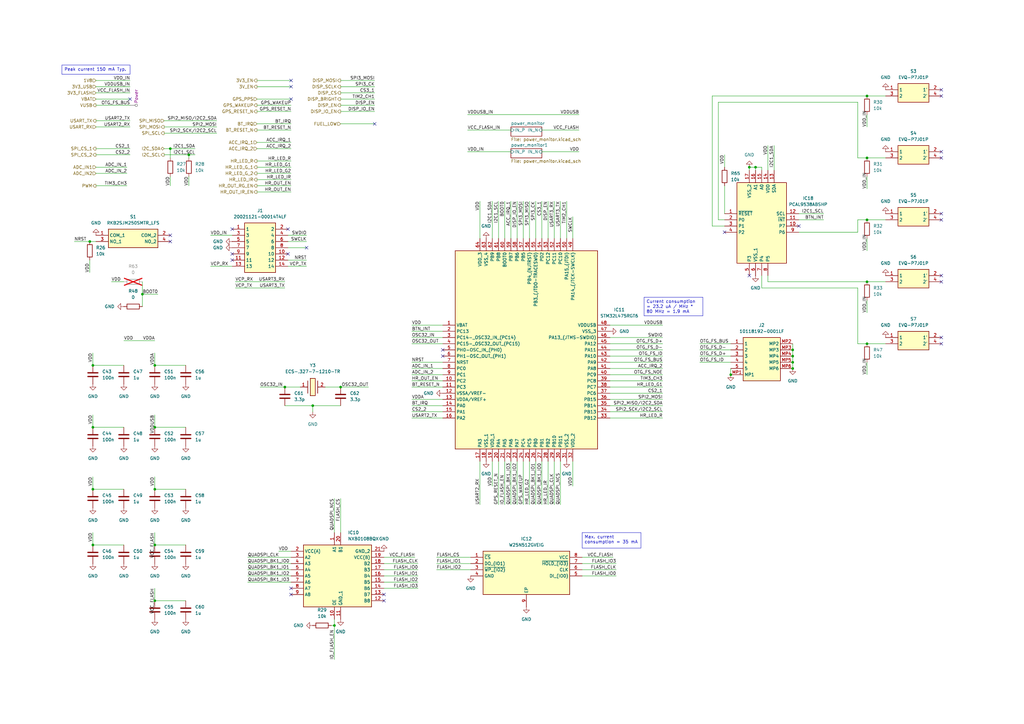
<source format=kicad_sch>
(kicad_sch (version 20231120) (generator "eeschema") (generator_version "8.0")
  (paper "A3")
  (title_block (title "Open Running Watch") (date "2024-05-13") (rev "0.2.2") (company "github.com/fuad1502/open-running-watch-hw"))
  (junction (at 36.83 99.06))
  (junction (at 355.6 115.57))
  (junction (at 325.12 151.13))
  (junction (at 128.27 166.37))
  (junction (at 63.5 246.38))
  (junction (at 309.88 68.58))
  (junction (at 38.1 149.86))
  (junction (at 77.47 63.5))
  (junction (at 38.1 175.26))
  (junction (at 325.12 143.51))
  (junction (at 63.5 149.86))
  (junction (at 63.5 200.66))
  (junction (at 63.5 175.26))
  (junction (at 58.42 120.65))
  (junction (at 325.12 146.05))
  (junction (at 299.72 153.67))
  (junction (at 116.84 158.75))
  (junction (at 137.16 256.54))
  (junction (at 355.6 39.37))
  (junction (at 139.7 158.75))
  (junction (at 38.1 223.52))
  (junction (at 63.5 223.52))
  (junction (at 355.6 64.77))
  (junction (at 325.12 148.59))
  (junction (at 355.6 90.17))
  (junction (at 307.34 68.58))
  (junction (at 69.85 60.96))
  (junction (at 38.1 200.66))
  (junction (at 355.6 140.97))
  (no_connect (at 69.85 99.06))
  (no_connect (at 157.48 243.84))
  (no_connect (at 386.08 36.83))
  (no_connect (at 386.08 62.23))
  (no_connect (at 153.67 50.8))
  (no_connect (at 125.73 101.6))
  (no_connect (at 95.25 104.14))
  (no_connect (at 307.34 113.03))
  (no_connect (at 386.08 39.37))
  (no_connect (at 386.08 113.03))
  (no_connect (at 119.38 33.02))
  (no_connect (at 118.11 93.98))
  (no_connect (at 386.08 140.97))
  (no_connect (at 118.11 104.14))
  (no_connect (at 119.38 40.64))
  (no_connect (at 386.08 90.17))
  (no_connect (at 95.25 93.98))
  (no_connect (at 69.85 96.52))
  (no_connect (at 53.34 40.64))
  (no_connect (at 119.38 241.3))
  (no_connect (at 297.18 95.25))
  (no_connect (at 157.48 246.38))
  (no_connect (at 181.61 143.51))
  (no_connect (at 327.66 92.71))
  (no_connect (at 386.08 115.57))
  (no_connect (at 181.61 146.05))
  (no_connect (at 386.08 87.63))
  (no_connect (at 386.08 64.77))
  (no_connect (at 119.38 35.56))
  (no_connect (at 386.08 138.43))
  (no_connect (at 95.25 106.68))
  (no_connect (at 119.38 243.84))
  (wire (pts (xy 63.5 246.38) (xy 76.2 246.38)))
  (wire (pts (xy 118.11 96.52) (xy 125.73 96.52)))
  (wire (pts (xy 232.41 82.55) (xy 232.41 97.79)))
  (wire (pts (xy 168.91 133.35) (xy 181.61 133.35)))
  (wire (pts (xy 212.09 189.23) (xy 212.09 207.01)))
  (wire (pts (xy 67.31 60.96) (xy 69.85 60.96)))
  (wire (pts (xy 217.17 82.55) (xy 217.17 97.79)))
  (wire (pts (xy 38.1 223.52) (xy 50.8 223.52)))
  (wire (pts (xy 250.19 148.59) (xy 271.78 148.59)))
  (wire (pts (xy 39.37 33.02) (xy 53.34 33.02)))
  (wire (pts (xy 250.19 138.43) (xy 271.78 138.43)))
  (wire (pts (xy 307.34 68.58) (xy 307.34 69.85)))
  (wire (pts (xy 105.41 78.74) (xy 119.38 78.74)))
  (wire (pts (xy 250.19 143.51) (xy 271.78 143.51)))
  (wire (pts (xy 38.1 200.66) (xy 50.8 200.66)))
  (wire (pts (xy 67.31 54.61) (xy 88.9 54.61)))
  (wire (pts (xy 137.16 254) (xy 137.16 256.54)))
  (wire (pts (xy 105.41 60.96) (xy 119.38 60.96)))
  (wire (pts (xy 63.5 218.44) (xy 63.5 223.52)))
  (wire (pts (xy 168.91 148.59) (xy 181.61 148.59)))
  (wire (pts (xy 119.38 233.68) (xy 101.6 233.68)))
  (wire (pts (xy 229.87 189.23) (xy 229.87 207.01)))
  (wire (pts (xy 299.72 151.13) (xy 299.72 153.67)))
  (wire (pts (xy 351.79 118.11) (xy 351.79 140.97)))
  (wire (pts (xy 252.73 231.14) (xy 238.76 231.14)))
  (wire (pts (xy 116.84 166.37) (xy 128.27 166.37)))
  (wire (pts (xy 119.38 228.6) (xy 101.6 228.6)))
  (wire (pts (xy 105.41 66.04) (xy 119.38 66.04)))
  (wire (pts (xy 351.79 95.25) (xy 351.79 90.17)))
  (wire (pts (xy 297.18 63.5) (xy 297.18 68.58)))
  (wire (pts (xy 39.37 68.58) (xy 52.07 68.58)))
  (wire (pts (xy 299.72 146.05) (xy 287.02 146.05)))
  (wire (pts (xy 234.95 189.23) (xy 234.95 199.39)))
  (wire (pts (xy 355.6 123.19) (xy 355.6 128.27)))
  (wire (pts (xy 309.88 68.58) (xy 312.42 68.58)))
  (wire (pts (xy 133.35 158.75) (xy 139.7 158.75)))
  (wire (pts (xy 222.25 82.55) (xy 222.25 97.79)))
  (wire (pts (xy 63.5 241.3) (xy 63.5 246.38)))
  (wire (pts (xy 250.19 133.35) (xy 271.78 133.35)))
  (wire (pts (xy 137.16 256.54) (xy 137.16 270.51)))
  (wire (pts (xy 294.64 90.17) (xy 294.64 41.91)))
  (wire (pts (xy 105.41 40.64) (xy 119.38 40.64)))
  (wire (pts (xy 299.72 143.51) (xy 287.02 143.51)))
  (wire (pts (xy 39.37 71.12) (xy 52.07 71.12)))
  (wire (pts (xy 325.12 143.51) (xy 325.12 146.05)))
  (wire (pts (xy 168.91 166.37) (xy 181.61 166.37)))
  (wire (pts (xy 67.31 63.5) (xy 77.47 63.5)))
  (wire (pts (xy 139.7 50.8) (xy 153.67 50.8)))
  (wire (pts (xy 351.79 140.97) (xy 355.6 140.97)))
  (wire (pts (xy 294.64 41.91) (xy 351.79 41.91)))
  (wire (pts (xy 217.17 189.23) (xy 217.17 207.01)))
  (wire (pts (xy 38.1 218.44) (xy 38.1 223.52)))
  (wire (pts (xy 234.95 88.9) (xy 234.95 97.79)))
  (wire (pts (xy 69.85 60.96) (xy 69.85 64.77)))
  (wire (pts (xy 325.12 148.59) (xy 325.12 151.13)))
  (wire (pts (xy 219.71 189.23) (xy 219.71 207.01)))
  (wire (pts (xy 355.6 46.99) (xy 355.6 52.07)))
  (wire (pts (xy 196.85 97.79) (xy 196.85 82.55)))
  (wire (pts (xy 250.19 166.37) (xy 271.78 166.37)))
  (wire (pts (xy 355.6 148.59) (xy 355.6 153.67)))
  (wire (pts (xy 351.79 41.91) (xy 351.79 64.77)))
  (wire (pts (xy 314.96 113.03) (xy 314.96 115.57)))
  (wire (pts (xy 355.6 97.79) (xy 355.6 102.87)))
  (wire (pts (xy 168.91 158.75) (xy 181.61 158.75)))
  (wire (pts (xy 168.91 171.45) (xy 181.61 171.45)))
  (wire (pts (xy 36.83 99.06) (xy 39.37 99.06)))
  (wire (pts (xy 168.91 151.13) (xy 181.61 151.13)))
  (wire (pts (xy 351.79 90.17) (xy 355.6 90.17)))
  (wire (pts (xy 139.7 45.72) (xy 153.67 45.72)))
  (wire (pts (xy 312.42 118.11) (xy 351.79 118.11)))
  (wire (pts (xy 137.16 204.47) (xy 137.16 218.44)))
  (wire (pts (xy 86.36 109.22) (xy 95.25 109.22)))
  (wire (pts (xy 139.7 204.47) (xy 139.7 218.44)))
  (wire (pts (xy 58.42 115.57) (xy 58.42 120.65)))
  (wire (pts (xy 77.47 72.39) (xy 77.47 76.2)))
  (wire (pts (xy 250.19 161.29) (xy 271.78 161.29)))
  (wire (pts (xy 105.41 68.58) (xy 119.38 68.58)))
  (wire (pts (xy 209.55 53.34) (xy 191.77 53.34)))
  (wire (pts (xy 67.31 52.07) (xy 88.9 52.07)))
  (wire (pts (xy 168.91 168.91) (xy 181.61 168.91)))
  (wire (pts (xy 39.37 38.1) (xy 53.34 38.1)))
  (wire (pts (xy 135.89 256.54) (xy 137.16 256.54)))
  (wire (pts (xy 118.11 99.06) (xy 125.73 99.06)))
  (wire (pts (xy 250.19 158.75) (xy 271.78 158.75)))
  (wire (pts (xy 209.55 82.55) (xy 209.55 97.79)))
  (wire (pts (xy 116.84 158.75) (xy 123.19 158.75)))
  (wire (pts (xy 118.11 101.6) (xy 125.73 101.6)))
  (wire (pts (xy 227.33 189.23) (xy 227.33 207.01)))
  (wire (pts (xy 351.79 64.77) (xy 355.6 64.77)))
  (wire (pts (xy 237.49 53.34) (xy 222.25 53.34)))
  (wire (pts (xy 314.96 59.69) (xy 314.96 69.85)))
  (wire (pts (xy 96.52 115.57) (xy 116.84 115.57)))
  (wire (pts (xy 227.33 82.55) (xy 227.33 97.79)))
  (wire (pts (xy 171.45 233.68) (xy 157.48 233.68)))
  (wire (pts (xy 69.85 72.39) (xy 69.85 76.2)))
  (wire (pts (xy 58.42 120.65) (xy 58.42 125.73)))
  (wire (pts (xy 63.5 175.26) (xy 76.2 175.26)))
  (wire (pts (xy 105.41 73.66) (xy 119.38 73.66)))
  (wire (pts (xy 139.7 33.02) (xy 153.67 33.02)))
  (wire (pts (xy 139.7 35.56) (xy 153.67 35.56)))
  (wire (pts (xy 63.5 144.78) (xy 63.5 149.86)))
  (wire (pts (xy 118.11 106.68) (xy 125.73 106.68)))
  (wire (pts (xy 179.07 231.14) (xy 193.04 231.14)))
  (wire (pts (xy 39.37 35.56) (xy 53.34 35.56)))
  (wire (pts (xy 63.5 195.58) (xy 63.5 200.66)))
  (wire (pts (xy 250.19 153.67) (xy 271.78 153.67)))
  (wire (pts (xy 325.12 146.05) (xy 325.12 148.59)))
  (wire (pts (xy 157.48 228.6) (xy 170.18 228.6)))
  (wire (pts (xy 168.91 156.21) (xy 181.61 156.21)))
  (wire (pts (xy 96.52 118.11) (xy 116.84 118.11)))
  (wire (pts (xy 105.41 50.8) (xy 119.38 50.8)))
  (wire (pts (xy 168.91 140.97) (xy 181.61 140.97)))
  (wire (pts (xy 325.12 140.97) (xy 325.12 143.51)))
  (wire (pts (xy 292.1 92.71) (xy 292.1 39.37)))
  (wire (pts (xy 105.41 58.42) (xy 119.38 58.42)))
  (wire (pts (xy 39.37 60.96) (xy 53.34 60.96)))
  (wire (pts (xy 67.31 49.53) (xy 88.9 49.53)))
  (wire (pts (xy 64.77 120.65) (xy 58.42 120.65)))
  (wire (pts (xy 327.66 87.63) (xy 337.82 87.63)))
  (wire (pts (xy 355.6 64.77) (xy 363.22 64.77)))
  (wire (pts (xy 139.7 38.1) (xy 153.67 38.1)))
  (wire (pts (xy 63.5 149.86) (xy 76.2 149.86)))
  (wire (pts (xy 355.6 140.97) (xy 363.22 140.97)))
  (wire (pts (xy 207.01 189.23) (xy 207.01 207.01)))
  (wire (pts (xy 171.45 238.76) (xy 157.48 238.76)))
  (wire (pts (xy 69.85 60.96) (xy 80.01 60.96)))
  (wire (pts (xy 307.34 68.58) (xy 309.88 68.58)))
  (wire (pts (xy 312.42 68.58) (xy 312.42 69.85)))
  (wire (pts (xy 196.85 189.23) (xy 196.85 207.01)))
  (wire (pts (xy 212.09 82.55) (xy 212.09 97.79)))
  (wire (pts (xy 63.5 223.52) (xy 76.2 223.52)))
  (wire (pts (xy 355.6 115.57) (xy 363.22 115.57)))
  (wire (pts (xy 128.27 166.37) (xy 128.27 168.91)))
  (wire (pts (xy 119.38 231.14) (xy 101.6 231.14)))
  (wire (pts (xy 39.37 52.07) (xy 53.34 52.07)))
  (wire (pts (xy 355.6 90.17) (xy 363.22 90.17)))
  (wire (pts (xy 250.19 146.05) (xy 271.78 146.05)))
  (wire (pts (xy 179.07 228.6) (xy 193.04 228.6)))
  (wire (pts (xy 39.37 49.53) (xy 53.34 49.53)))
  (wire (pts (xy 45.72 115.57) (xy 50.8 115.57)))
  (wire (pts (xy 105.41 43.18) (xy 119.38 43.18)))
  (wire (pts (xy 86.36 96.52) (xy 95.25 96.52)))
  (wire (pts (xy 201.93 82.55) (xy 201.93 97.79)))
  (wire (pts (xy 238.76 228.6) (xy 251.46 228.6)))
  (wire (pts (xy 179.07 233.68) (xy 193.04 233.68)))
  (wire (pts (xy 204.47 189.23) (xy 204.47 207.01)))
  (wire (pts (xy 299.72 148.59) (xy 287.02 148.59)))
  (wire (pts (xy 250.19 171.45) (xy 271.78 171.45)))
  (wire (pts (xy 168.91 135.89) (xy 181.61 135.89)))
  (wire (pts (xy 139.7 40.64) (xy 153.67 40.64)))
  (wire (pts (xy 224.79 189.23) (xy 224.79 207.01)))
  (wire (pts (xy 139.7 158.75) (xy 151.13 158.75)))
  (wire (pts (xy 38.1 175.26) (xy 50.8 175.26)))
  (wire (pts (xy 39.37 40.64) (xy 53.34 40.64)))
  (wire (pts (xy 209.55 189.23) (xy 209.55 207.01)))
  (wire (pts (xy 38.1 149.86) (xy 50.8 149.86)))
  (wire (pts (xy 299.72 140.97) (xy 287.02 140.97)))
  (wire (pts (xy 38.1 195.58) (xy 38.1 200.66)))
  (wire (pts (xy 106.68 158.75) (xy 116.84 158.75)))
  (wire (pts (xy 39.37 43.18) (xy 53.34 43.18)))
  (wire (pts (xy 105.41 53.34) (xy 119.38 53.34)))
  (wire (pts (xy 237.49 62.23) (xy 222.25 62.23)))
  (wire (pts (xy 204.47 82.55) (xy 204.47 97.79)))
  (wire (pts (xy 229.87 82.55) (xy 229.87 97.79)))
  (wire (pts (xy 77.47 63.5) (xy 80.01 63.5)))
  (wire (pts (xy 219.71 82.55) (xy 219.71 97.79)))
  (wire (pts (xy 119.38 236.22) (xy 101.6 236.22)))
  (wire (pts (xy 314.96 115.57) (xy 355.6 115.57)))
  (wire (pts (xy 105.41 35.56) (xy 119.38 35.56)))
  (wire (pts (xy 168.91 153.67) (xy 181.61 153.67)))
  (wire (pts (xy 222.25 189.23) (xy 222.25 207.01)))
  (wire (pts (xy 224.79 82.55) (xy 224.79 97.79)))
  (wire (pts (xy 50.8 139.7) (xy 63.5 139.7)))
  (wire (pts (xy 209.55 62.23) (xy 191.77 62.23)))
  (wire (pts (xy 139.7 43.18) (xy 153.67 43.18)))
  (wire (pts (xy 297.18 76.2) (xy 297.18 87.63)))
  (wire (pts (xy 63.5 200.66) (xy 76.2 200.66)))
  (wire (pts (xy 38.1 170.18) (xy 38.1 175.26)))
  (wire (pts (xy 105.41 76.2) (xy 119.38 76.2)))
  (wire (pts (xy 171.45 241.3) (xy 157.48 241.3)))
  (wire (pts (xy 118.11 109.22) (xy 125.73 109.22)))
  (wire (pts (xy 317.5 59.69) (xy 317.5 69.85)))
  (wire (pts (xy 105.41 33.02) (xy 119.38 33.02)))
  (wire (pts (xy 355.6 39.37) (xy 363.22 39.37)))
  (wire (pts (xy 309.88 68.58) (xy 309.88 69.85)))
  (wire (pts (xy 297.18 92.71) (xy 292.1 92.71)))
  (wire (pts (xy 207.01 82.55) (xy 207.01 97.79)))
  (wire (pts (xy 355.6 72.39) (xy 355.6 77.47)))
  (wire (pts (xy 191.77 46.99) (xy 237.49 46.99)))
  (wire (pts (xy 292.1 39.37) (xy 355.6 39.37)))
  (wire (pts (xy 297.18 90.17) (xy 294.64 90.17)))
  (wire (pts (xy 119.38 238.76) (xy 101.6 238.76)))
  (wire (pts (xy 114.3 226.06) (xy 119.38 226.06)))
  (wire (pts (xy 252.73 236.22) (xy 238.76 236.22)))
  (wire (pts (xy 327.66 90.17) (xy 337.82 90.17)))
  (wire (pts (xy 327.66 95.25) (xy 351.79 95.25)))
  (wire (pts (xy 171.45 231.14) (xy 157.48 231.14)))
  (wire (pts (xy 250.19 140.97) (xy 271.78 140.97)))
  (wire (pts (xy 105.41 45.72) (xy 119.38 45.72)))
  (wire (pts (xy 214.63 82.55) (xy 214.63 97.79)))
  (wire (pts (xy 39.37 63.5) (xy 53.34 63.5)))
  (wire (pts (xy 250.19 156.21) (xy 271.78 156.21)))
  (wire (pts (xy 250.19 151.13) (xy 271.78 151.13)))
  (wire (pts (xy 39.37 76.2) (xy 52.07 76.2)))
  (wire (pts (xy 214.63 189.23) (xy 214.63 207.01)))
  (wire (pts (xy 168.91 138.43) (xy 181.61 138.43)))
  (wire (pts (xy 105.41 71.12) (xy 119.38 71.12)))
  (wire (pts (xy 250.19 163.83) (xy 271.78 163.83)))
  (wire (pts (xy 38.1 144.78) (xy 38.1 149.86)))
  (wire (pts (xy 312.42 113.03) (xy 312.42 118.11)))
  (wire (pts (xy 201.93 189.23) (xy 201.93 199.39)))
  (wire (pts (xy 77.47 63.5) (xy 77.47 64.77)))
  (wire (pts (xy 63.5 170.18) (xy 63.5 175.26)))
  (wire (pts (xy 252.73 233.68) (xy 238.76 233.68)))
  (wire (pts (xy 128.27 166.37) (xy 139.7 166.37)))
  (wire (pts (xy 250.19 168.91) (xy 271.78 168.91)))
  (wire (pts (xy 168.91 163.83) (xy 181.61 163.83)))
  (wire (pts (xy 171.45 236.22) (xy 157.48 236.22)))
  (wire (pts (xy 36.83 111.76) (xy 36.83 106.68)))
  (wire (pts (xy 30.48 99.06) (xy 36.83 99.06)))
  (text_box "Peak current 150 mA Typ." (at 25.4 26.67 0) (size 27.94 3.81) (effects (font (size 1.27 1.27)) (justify left top)))
  (text_box "Current consumption = 23.2 uA / MHz * 80 MHz = 1.9 mA" (at 264.16 121.92 0) (size 24.13 7.62) (effects (font (size 1.27 1.27)) (justify left top)))
  (text_box "Max. current consumption = 35 mA" (at 238.76 218.44 0) (size 24.13 6.35) (effects (font (size 1.27 1.27)) (justify left top)))
  (label "VDD" (at 77.47 76.2 90))
  (label "SWCLK" (at 125.73 99.06 180))
  (label "VDD" (at 38.1 218.44 270))
  (label "I2C1_SDA" (at 201.93 82.55 270))
  (label "SPI2_MISO{slash}I2C2_SDA" (at 271.78 166.37 180))
  (label "BTN_INT" (at 168.91 135.89 0))
  (label "SPI2_SCK{slash}I2C2_SCL" (at 271.78 168.91 180))
  (label "VDD_IN" (at 355.6 102.87 90))
  (label "GPS_WAKEUP" (at 119.38 43.18 180))
  (label "VCC_FLASH" (at 63.5 218.44 270))
  (label "VDD_IN" (at 191.77 62.23 0))
  (label "FLASH_CLK" (at 252.73 233.68 180))
  (label "VCC_FLASH" (at 63.5 241.3 270))
  (label "HR_LED_G1" (at 271.78 158.75 180))
  (label "SWCLK" (at 234.95 88.9 270))
  (label "VDD_IN" (at 355.6 153.67 90))
  (label "VCP_RX" (at 86.36 109.22 0))
  (label "USART2_RX" (at 53.34 52.07 180))
  (label "FLASH_IO2" (at 171.45 238.76 180))
  (label "I2C1_SCL" (at 80.01 63.5 180))
  (label "DISP_IO_EN" (at 212.09 82.55 270))
  (label "OSC32_IN" (at 168.91 138.43 0))
  (label "OTG_FS_BUS" (at 287.02 140.97 0))
  (label "VDD" (at 50.8 139.7 0))
  (label "HR_OUT_EN" (at 119.38 78.74 180))
  (label "VDD" (at 63.5 195.58 270))
  (label "GPS_RESET_N" (at 204.47 207.01 90))
  (label "CS3_1" (at 153.67 38.1 180))
  (label "OTG_FS_D-" (at 271.78 143.51 180))
  (label "ADC_IN_2" (at 52.07 71.12 180))
  (label "SPI2_MOSI" (at 271.78 163.83 180))
  (label "FLASH_IO1" (at 179.07 231.14 0))
  (label "HR_LED_IR" (at 119.38 73.66 180))
  (label "DISP_EN" (at 153.67 43.18 180))
  (label "SWDIO" (at 125.73 96.52 180))
  (label "VDD" (at 314.96 59.69 270))
  (label "SPI3_MOSI" (at 214.63 82.55 270))
  (label "QUADSPI_CLK" (at 227.33 207.01 90))
  (label "TIM2_CH1" (at 232.41 82.55 270))
  (label "SPI3_CK" (at 219.71 82.55 270))
  (label "OTG_FS_D-" (at 287.02 143.51 0))
  (label "QUADSPI_BK1_IO3" (at 101.6 238.76 0))
  (label "FLASH_IO1" (at 171.45 236.22 180))
  (label "QUADSPI_BK1_IO2" (at 101.6 236.22 0))
  (label "HR_OUT_EN" (at 119.38 76.2 180))
  (label "BT_IRQ" (at 119.38 50.8 180))
  (label "I2C1_SDA" (at 80.01 60.96 180))
  (label "HR_LED_IR" (at 224.79 207.01 90))
  (label "CS3_1" (at 222.25 82.55 270))
  (label "OSC32_IN" (at 106.68 158.75 0))
  (label "GPS_WAKEUP" (at 214.63 207.01 90))
  (label "VCP_RX" (at 96.52 115.57 0))
  (label "VDD_IN" (at 53.34 33.02 180))
  (label "HR_LED_R" (at 271.78 171.45 180))
  (label "NRST" (at 125.73 106.68 180))
  (label "VDD" (at 38.1 144.78 270))
  (label "VCC_FLASH_IN" (at 191.77 53.34 0))
  (label "USART2_TX" (at 168.91 171.45 0))
  (label "QUADSPI_BK1_IO2" (at 212.09 207.01 90))
  (label "VDD" (at 69.85 76.2 90))
  (label "QUADSPI_BK1_IO3" (at 209.55 207.01 90))
  (label "IO_FLASH_EN" (at 207.01 207.01 90))
  (label "BT_RESET_N" (at 119.38 53.34 180))
  (label "VDDUSB_IN" (at 191.77 46.99 0))
  (label "FLASH_CS" (at 139.7 204.47 270))
  (label "BT_IRQ" (at 168.91 166.37 0))
  (label "OTG_FS_NOE" (at 271.78 153.67 180))
  (label "BTN_INT" (at 337.82 90.17 180))
  (label "NRST" (at 168.91 148.59 0))
  (label "VDDUSB" (at 271.78 133.35 180))
  (label "NRST" (at 30.48 99.06 0))
  (label "VCC_FLASH_IN" (at 53.34 38.1 180))
  (label "SPI3_MISO" (at 217.17 82.55 270))
  (label "ADC_IN_1" (at 168.91 151.13 0))
  (label "ACC_IRQ_1" (at 119.38 58.42 180))
  (label "VCC_FLASH" (at 251.46 228.6 180))
  (label "SWDIO" (at 271.78 138.43 180))
  (label "FLASH_IO0" (at 171.45 233.68 180))
  (label "OSC32_OUT" (at 168.91 140.97 0))
  (label "OTG_FS_ID" (at 287.02 148.59 0))
  (label "VDD_IN" (at 355.6 128.27 90))
  (label "HR_LED_G2" (at 217.17 207.01 90))
  (label "VDD" (at 45.72 115.57 0))
  (label "HR_LED_R" (at 119.38 66.04 180))
  (label "FLASH_IO3" (at 171.45 241.3 180))
  (label "VDD_IN" (at 86.36 96.52 0))
  (label "QUADSPI_NCS" (at 137.16 204.47 270))
  (label "VDD" (at 36.83 111.76 90))
  (label "VDD" (at 201.93 199.39 90))
  (label "BOOT0" (at 207.01 82.55 270))
  (label "FLASH_IO0" (at 252.73 236.22 180))
  (label "ACC_IRQ_2" (at 271.78 151.13 180))
  (label "FLASH_CS" (at 179.07 228.6 0))
  (label "QUADSPI_BK1_IO0" (at 101.6 231.14 0))
  (label "VDD" (at 114.3 226.06 0))
  (label "CS2_2" (at 53.34 63.5 180))
  (label "VDD" (at 196.85 82.55 270))
  (label "DISP_IO_EN" (at 153.67 45.72 180))
  (label "IO_FLASH_EN" (at 137.16 270.51 90))
  (label "VDDA" (at 168.91 163.83 0))
  (label "VDDUSB_IN" (at 53.34 35.56 180))
  (label "QUADSPI_CLK" (at 101.6 228.6 0))
  (label "SPI3_MOSI" (at 153.67 33.02 180))
  (label "ACC_IRQ_1" (at 209.55 82.55 270))
  (label "ADC_IN_2" (at 168.91 153.67 0))
  (label "BOOT0" (at 64.77 120.65 180))
  (label "FLASH_IO2" (at 179.07 233.68 0))
  (label "GPS_RESET_N" (at 119.38 45.72 180))
  (label "QUADSPI_NCS" (at 229.87 207.01 90))
  (label "DISP_EN" (at 224.79 82.55 270))
  (label "I2C1_SDA" (at 317.5 59.69 270))
  (label "CS2_2" (at 168.91 168.91 0))
  (label "SPI2_SCK{slash}I2C2_SCL" (at 88.9 54.61 180))
  (label "VDD" (at 168.91 133.35 0))
  (label "VDD" (at 38.1 195.58 270))
  (label "VDDUSB" (at 63.5 170.18 270))
  (label "SPI3_CK" (at 153.67 35.56 180))
  (label "SPI2_MISO{slash}I2C2_SDA" (at 88.9 49.53 180))
  (label "ACC_IRQ_2" (at 119.38 60.96 180))
  (label "ADC_IN_1" (at 52.07 68.58 180))
  (label "BT_RESET_N" (at 168.91 158.75 0))
  (label "OTG_FS_D+" (at 271.78 140.97 180))
  (label "VDD_IN" (at 355.6 77.47 90))
  (label "USART3_RX" (at 227.33 82.55 270))
  (label "CS2_1" (at 53.34 60.96 180))
  (label "OTG_FS_BUS" (at 53.34 43.18 180))
  (label "OSC32_OUT" (at 151.13 158.75 180))
  (label "HR_OUT_EN" (at 168.91 156.21 0))
  (label "VCP_TX" (at 125.73 109.22 180))
  (label "TIM2_CH1" (at 153.67 40.64 180))
  (label "USART3_RX" (at 116.84 115.57 180))
  (label "CS2_1" (at 271.78 161.29 180))
  (label "VCP_TX" (at 96.52 118.11 0))
  (label "QUADSPI_BK1_IO1" (at 219.71 207.01 90))
  (label "VDD" (at 237.49 62.23 180))
  (label "VDD" (at 38.1 170.18 270))
  (label "VDD_IN" (at 355.6 52.07 90))
  (label "QUADSPI_BK1_IO0" (at 222.25 207.01 90))
  (label "FLASH_CLK" (at 171.45 231.14 180))
  (label "OTG_FS_BUS" (at 271.78 148.59 180))
  (label "SPI2_MOSI" (at 88.9 52.07 180))
  (label "VDD" (at 234.95 199.39 90))
  (label "I2C1_SCL" (at 204.47 82.55 270))
  (label "USART2_TX" (at 53.34 49.53 180))
  (label "HR_LED_G1" (at 119.38 68.58 180))
  (label "OTG_FS_ID" (at 271.78 146.05 180))
  (label "USART3_TX" (at 116.84 118.11 180))
  (label "VDDA" (at 63.5 144.78 270))
  (label "OTG_FS_D+" (at 287.02 146.05 0))
  (label "VCC_FLASH" (at 170.18 228.6 180))
  (label "TIM3_CH3" (at 52.07 76.2 180))
  (label "USART2_RX" (at 196.85 207.01 90))
  (label "USART3_TX" (at 229.87 82.55 270))
  (label "HR_LED_G2" (at 119.38 71.12 180))
  (label "FLASH_IO3" (at 252.73 231.14 180))
  (label "VCC_FLASH" (at 237.49 53.34 180))
  (label "TIM3_CH3" (at 271.78 156.21 180))
  (label "VDDUSB" (at 237.49 46.99 180))
  (label "VDD" (at 297.18 63.5 270))
  (label "VDDA" (at 63.5 139.7 180))
  (label "QUADSPI_BK1_IO1" (at 101.6 233.68 0))
  (label "I2C1_SCL" (at 337.82 87.63 180))
  (hierarchical_label "SPI_CS_2" (shape output) (at 39.37 63.5 180))
  (hierarchical_label "3V_EN" (shape output) (at 105.41 35.56 180))
  (hierarchical_label "PWM" (shape output) (at 39.37 76.2 180))
  (hierarchical_label "I2C_SCL" (shape output) (at 67.31 63.5 180))
  (hierarchical_label "HR_LED_G_2" (shape output) (at 105.41 71.12 180))
  (hierarchical_label "DISP_CS" (shape output) (at 139.7 38.1 180))
  (hierarchical_label "GPS_PPS" (shape input) (at 105.41 40.64 180))
  (hierarchical_label "USART_TX" (shape output) (at 39.37 49.53 180))
  (hierarchical_label "ACC_IRQ_2" (shape input) (at 105.41 60.96 180))
  (hierarchical_label "3V3_EN" (shape output) (at 105.41 33.02 180))
  (hierarchical_label "SPI_SCL" (shape output) (at 67.31 54.61 180))
  (hierarchical_label "GPS_WAKEUP" (shape output) (at 105.41 43.18 180))
  (hierarchical_label "DISP_EN" (shape output) (at 139.7 43.18 180))
  (hierarchical_label "VUSB" (shape output) (at 39.37 43.18 180))
  (hierarchical_label "HR_LED_IR" (shape output) (at 105.41 73.66 180))
  (hierarchical_label "DISP_MOSI" (shape output) (at 139.7 33.02 180))
  (hierarchical_label "SPI_MOSI" (shape output) (at 67.31 52.07 180))
  (hierarchical_label "HR_LED_R" (shape output) (at 105.41 66.04 180))
  (hierarchical_label "SPI_MISO" (shape input) (at 67.31 49.53 180))
  (hierarchical_label "ADC_IN1" (shape input) (at 39.37 68.58 180))
  (hierarchical_label "3V3_FLASH" (shape input) (at 39.37 38.1 180))
  (hierarchical_label "HR_OUT_IR_EN" (shape output) (at 105.41 78.74 180))
  (hierarchical_label "GPS_RESET_N" (shape output) (at 105.41 45.72 180))
  (hierarchical_label "FUEL_LOW" (shape input) (at 139.7 50.8 180))
  (hierarchical_label "1V8" (shape input) (at 39.37 33.02 180))
  (hierarchical_label "BT_IRQ" (shape input) (at 105.41 50.8 180))
  (hierarchical_label "HR_LED_G_1" (shape output) (at 105.41 68.58 180))
  (hierarchical_label "VBAT" (shape input) (at 39.37 40.64 180))
  (hierarchical_label "SPI_CS_1" (shape output) (at 39.37 60.96 180))
  (hierarchical_label "HR_OUT_RG_EN" (shape output) (at 105.41 76.2 180))
  (hierarchical_label "3V3_USB" (shape input) (at 39.37 35.56 180))
  (hierarchical_label "DISP_SCLK" (shape output) (at 139.7 35.56 180))
  (hierarchical_label "ADC_IN2" (shape input) (at 39.37 71.12 180))
  (hierarchical_label "DISP_IO_EN" (shape output) (at 139.7 45.72 180))
  (hierarchical_label "DISP_BRIGHT" (shape output) (at 139.7 40.64 180))
  (hierarchical_label "ACC_IRQ_1" (shape input) (at 105.41 58.42 180))
  (hierarchical_label "I2C_SDA" (shape bidirectional) (at 67.31 60.96 180))
  (hierarchical_label "USART_RX" (shape input) (at 39.37 52.07 180))
  (hierarchical_label "BT_RESET_N" (shape output) (at 105.41 53.34 180))
  (netclass_flag "" (length 2.54) (shape round) (at 53.34 43.18 270) (property "Netclass" "Power" (at 55.88 42.4815 90) (effects (font (italic yes)) (justify left))))
  (symbol (lib_id "power:GND") (at 128.27 256.54 270) (unit 1)
    (property "Reference" "#PWR0108" (effects (hide yes)))
    (property "Value" "GND" (at 124.46 256.5399 90) (effects (justify right)))
    (property "Description" "Power symbol creates a global label with name \"GND\" , ground" (effects (hide yes)))
  )
  (symbol (lib_id "Device:C") (at 50.8 227.33 0) (unit 1)
    (property "Reference" "C50" (at 54.61 226.0599 0) (effects (justify left)))
    (property "Value" "1u" (at 54.61 228.5999 0) (effects (justify left)))
    (property "Footprint" "Capacitor_SMD:C_0603_1608Metric" (effects (hide yes)))
    (property "Description" "Unpolarized capacitor" (effects (hide yes)))
    (property "Manufacturer_Part_Number" "C0603C105K4RACTU" (effects (hide yes)))
  )
  (symbol (lib_id "power:GND") (at 50.8 208.28 0) (unit 1)
    (property "Reference" "#PWR093" (effects (hide yes)))
    (property "Value" "GND" (at 50.8 213.36 0))
    (property "Description" "Power symbol creates a global label with name \"GND\" , ground" (effects (hide yes)))
  )
  (symbol (lib_id "Device:C") (at 63.5 204.47 0) (unit 1)
    (property "Reference" "C53" (at 67.31 203.1999 0) (effects (justify left)))
    (property "Value" "100n" (at 67.31 205.7399 0) (effects (justify left)))
    (property "Footprint" "Capacitor_SMD:C_0402_1005Metric" (effects (hide yes)))
    (property "Description" "Unpolarized capacitor" (effects (hide yes)))
    (property "Manufacturer_Part_Number" "GRM155R71A104MA01D" (effects (hide yes)))
  )
  (symbol (lib_id "EVQ-P7J01P:EVQ-P7J01P") (at 363.22 62.23 0) (unit 1)
    (property "Reference" "S4" (at 374.65 54.61 0))
    (property "Value" "EVQ-P7J01P" (at 374.65 57.15 0))
    (property "Footprint" "EVQ-P7J01P:EVQP7J01P" (effects (hide yes)))
    (property "Datasheet" "https://datasheet.datasheetarchive.com/originals/distributors/Datasheets-DGA6/577750.pdf" (effects (hide yes)))
    (property "Description" "Switch,Tactile,3.5x2.9mm,Light Touch Black Side Tactile Switch, SPST 50 mA@ 12 V dc 1.7mm" (effects (hide yes)))
    (property "Height" "1" (effects (hide yes)))
    (property "Mouser Part Number" "667-EVQP7J01P" (effects (hide yes)))
    (property "Mouser Price/Stock" "https://www.mouser.co.uk/ProductDetail/Panasonic/EVQ-P7J01P?qs=rJ%252BziJWpyszkfuBTA00z9w%3D%3D" (effects (hide yes)))
    (property "Manufacturer_Name" "Panasonic" (effects (hide yes)))
    (property "Manufacturer_Part_Number" "EVQ-P7J01P" (effects (hide yes)))
  )
  (symbol (lib_id "Device:C") (at 139.7 162.56 0) (unit 1)
    (property "Reference" "C62" (at 143.51 161.2899 0) (effects (justify left)))
    (property "Value" "3.3p" (at 143.51 163.8299 0) (effects (justify left)))
    (property "Footprint" "Capacitor_SMD:C_0402_1005Metric" (effects (hide yes)))
    (property "Description" "Unpolarized capacitor" (effects (hide yes)))
    (property "Manufacturer_Part_Number" "GRM1555C1E3R3WA01D" (effects (hide yes)))
  )
  (symbol (lib_id "EVQ-P7J01P:EVQ-P7J01P") (at 363.22 87.63 0) (unit 1)
    (property "Reference" "S5" (at 374.65 80.01 0))
    (property "Value" "EVQ-P7J01P" (at 374.65 82.55 0))
    (property "Footprint" "EVQ-P7J01P:EVQP7J01P" (effects (hide yes)))
    (property "Datasheet" "https://datasheet.datasheetarchive.com/originals/distributors/Datasheets-DGA6/577750.pdf" (effects (hide yes)))
    (property "Description" "Switch,Tactile,3.5x2.9mm,Light Touch Black Side Tactile Switch, SPST 50 mA@ 12 V dc 1.7mm" (effects (hide yes)))
    (property "Height" "1" (effects (hide yes)))
    (property "Mouser Part Number" "667-EVQP7J01P" (effects (hide yes)))
    (property "Mouser Price/Stock" "https://www.mouser.co.uk/ProductDetail/Panasonic/EVQ-P7J01P?qs=rJ%252BziJWpyszkfuBTA00z9w%3D%3D" (effects (hide yes)))
    (property "Manufacturer_Name" "Panasonic" (effects (hide yes)))
    (property "Manufacturer_Part_Number" "EVQ-P7J01P" (effects (hide yes)))
  )
  (symbol (lib_id "power:GND") (at 363.22 113.03 180) (unit 1)
    (property "Reference" "#PWR0122" (effects (hide yes)))
    (property "Value" "GND" (at 363.22 107.95 0))
    (property "Description" "Power symbol creates a global label with name \"GND\" , ground" (effects (hide yes)))
  )
  (symbol (lib_id "power:GND") (at 63.5 182.88 0) (unit 1)
    (property "Reference" "#PWR096" (effects (hide yes)))
    (property "Value" "GND" (at 63.5 187.96 0))
    (property "Description" "Power symbol creates a global label with name \"GND\" , ground" (effects (hide yes)))
  )
  (symbol (lib_id "power:GND") (at 363.22 138.43 180) (unit 1)
    (property "Reference" "#PWR0129" (effects (hide yes)))
    (property "Value" "GND" (at 363.22 133.35 0))
    (property "Description" "Power symbol creates a global label with name \"GND\" , ground" (effects (hide yes)))
  )
  (symbol (lib_id "power:GND") (at 363.22 87.63 180) (unit 1)
    (property "Reference" "#PWR0121" (effects (hide yes)))
    (property "Value" "GND" (at 363.22 82.55 0))
    (property "Description" "Power symbol creates a global label with name \"GND\" , ground" (effects (hide yes)))
  )
  (symbol (lib_id "power:GND") (at 215.9 248.92 0) (unit 1)
    (property "Reference" "#PWR0132" (effects (hide yes)))
    (property "Value" "GND" (at 215.9 254 0))
    (property "Description" "Power symbol creates a global label with name \"GND\" , ground" (effects (hide yes)))
  )
  (symbol (lib_id "power:GND") (at 50.8 157.48 0) (unit 1)
    (property "Reference" "#PWR091" (effects (hide yes)))
    (property "Value" "GND" (at 50.8 162.56 0))
    (property "Description" "Power symbol creates a global label with name \"GND\" , ground" (effects (hide yes)))
  )
  (symbol (lib_id "power:GND") (at 50.8 125.73 270) (unit 1)
    (property "Reference" "#PWR090" (effects (hide yes)))
    (property "Value" "GND" (at 46.99 125.7299 90) (effects (justify right)))
    (property "Description" "Power symbol creates a global label with name \"GND\" , ground" (effects (hide yes)))
  )
  (symbol (lib_id "power:GND") (at 193.04 236.22 0) (unit 1)
    (property "Reference" "#PWR0112" (effects (hide yes)))
    (property "Value" "GND" (at 193.04 241.3 0))
    (property "Description" "Power symbol creates a global label with name \"GND\" , ground" (effects (hide yes)))
  )
  (symbol (lib_id "Device:C") (at 76.2 204.47 0) (unit 1)
    (property "Reference" "C58" (at 80.01 203.1999 0) (effects (justify left)))
    (property "Value" "1u" (at 80.01 205.7399 0) (effects (justify left)))
    (property "Footprint" "Capacitor_SMD:C_0603_1608Metric" (effects (hide yes)))
    (property "Description" "Unpolarized capacitor" (effects (hide yes)))
    (property "Manufacturer_Part_Number" "C0603C105K4RACTU" (effects (hide yes)))
  )
  (symbol (lib_id "power:GND") (at 307.34 68.58 180) (unit 1)
    (property "Reference" "#PWR0130" (effects (hide yes)))
    (property "Value" "GND" (at 307.34 63.5 0))
    (property "Description" "Power symbol creates a global label with name \"GND\" , ground" (effects (hide yes)))
  )
  (symbol (lib_id "power:GND") (at 76.2 231.14 0) (unit 1)
    (property "Reference" "#PWR0103" (effects (hide yes)))
    (property "Value" "GND" (at 76.2 236.22 0))
    (property "Description" "Power symbol creates a global label with name \"GND\" , ground" (effects (hide yes)))
  )
  (symbol (lib_id "power:GND") (at 76.2 254 0) (unit 1)
    (property "Reference" "#PWR0104" (effects (hide yes)))
    (property "Value" "GND" (at 76.2 259.08 0))
    (property "Description" "Power symbol creates a global label with name \"GND\" , ground" (effects (hide yes)))
  )
  (symbol (lib_id "Device:C") (at 63.5 179.07 0) (unit 1)
    (property "Reference" "C52" (at 67.31 177.7999 0) (effects (justify left)))
    (property "Value" "100n" (at 67.31 180.3399 0) (effects (justify left)))
    (property "Footprint" "Capacitor_SMD:C_0402_1005Metric" (effects (hide yes)))
    (property "Description" "Unpolarized capacitor" (effects (hide yes)))
    (property "Manufacturer_Part_Number" "GRM155R71A104MA01D" (effects (hide yes)))
  )
  (symbol (lib_id "power:GND") (at 232.41 189.23 0) (unit 1)
    (property "Reference" "#PWR0115" (effects (hide yes)))
    (property "Value" "GND" (at 232.41 194.31 0))
    (property "Description" "Power symbol creates a global label with name \"GND\" , ground" (effects (hide yes)))
  )
  (symbol (lib_id "NXB0108BQX:NXB0108BQX") (at 139.7 218.44 270) (unit 1)
    (property "Reference" "IC10" (at 142.7165 218.44 90) (effects (justify left)))
    (property "Value" "NXB0108BQX" (at 142.7165 220.98 90) (effects (justify left)))
    (property "Footprint" "NXB0108BQX:NXB0108BQX" (effects (hide yes)))
    (property "Datasheet" "https://assets.nexperia.com/documents/data-sheet/NXB0108.pdf" (effects (hide yes)))
    (property "Description" "NXB0108 - Dual supply translating transceiver; auto direction sensing;\\n\\t\\t\\t3-state@en-us" (effects (hide yes)))
    (property "Height" "1" (effects (hide yes)))
    (property "Mouser Part Number" "771-NXB0108BQX" (effects (hide yes)))
    (property "Mouser Price/Stock" "https://www.mouser.co.uk/ProductDetail/Nexperia/NXB0108BQX?qs=zW32dvEIR3u4ohfAoV3ykA%3D%3D" (effects (hide yes)))
    (property "Manufacturer_Name" "Nexperia" (effects (hide yes)))
    (property "Manufacturer_Part_Number" "NXB0108BQX" (effects (hide yes)))
  )
  (symbol (lib_id "Device:C") (at 50.8 179.07 0) (unit 1)
    (property "Reference" "C48" (at 54.61 177.7999 0) (effects (justify left)))
    (property "Value" "1u" (at 54.61 180.3399 0) (effects (justify left)))
    (property "Footprint" "Capacitor_SMD:C_0603_1608Metric" (effects (hide yes)))
    (property "Description" "Unpolarized capacitor" (effects (hide yes)))
    (property "Manufacturer_Part_Number" "C0603C105K4RACTU" (effects (hide yes)))
  )
  (symbol (lib_id "power:GND") (at 157.48 226.06 180) (unit 1)
    (property "Reference" "#PWR0110" (effects (hide yes)))
    (property "Value" "GND" (at 157.48 220.98 0))
    (property "Description" "Power symbol creates a global label with name \"GND\" , ground" (effects (hide yes)))
  )
  (symbol (lib_id "Device:R") (at 132.08 256.54 90) (unit 1)
    (property "Reference" "R29" (at 132.08 250.19 90))
    (property "Value" "10k" (at 132.08 252.73 90))
    (property "Footprint" "Resistor_SMD:R_0402_1005Metric" (effects (hide yes)))
    (property "Description" "Resistor" (effects (hide yes)))
    (property "Manufacturer_Part_Number" "RC0402JR-0710KP" (effects (hide yes)))
  )
  (symbol (lib_id "power:GND") (at 38.1 157.48 0) (unit 1)
    (property "Reference" "#PWR085" (effects (hide yes)))
    (property "Value" "GND" (at 38.1 162.56 0))
    (property "Description" "Power symbol creates a global label with name \"GND\" , ground" (effects (hide yes)))
  )
  (symbol (lib_id "Device:R") (at 36.83 102.87 0) (unit 1)
    (property "Reference" "R26" (at 39.37 101.5999 0) (effects (justify left)))
    (property "Value" "10k" (at 39.37 104.1399 0) (effects (justify left)))
    (property "Footprint" "Resistor_SMD:R_0402_1005Metric" (effects (hide yes)))
    (property "Description" "Resistor" (effects (hide yes)))
    (property "Manufacturer_Part_Number" "RC0402JR-0710KP" (effects (hide yes)))
  )
  (symbol (lib_id "power:GND") (at 38.1 182.88 0) (unit 1)
    (property "Reference" "#PWR086" (effects (hide yes)))
    (property "Value" "GND" (at 38.1 187.96 0))
    (property "Description" "Power symbol creates a global label with name \"GND\" , ground" (effects (hide yes)))
  )
  (symbol (lib_id "Device:C") (at 50.8 204.47 0) (unit 1)
    (property "Reference" "C49" (at 54.61 203.1999 0) (effects (justify left)))
    (property "Value" "1u" (at 54.61 205.7399 0) (effects (justify left)))
    (property "Footprint" "Capacitor_SMD:C_0603_1608Metric" (effects (hide yes)))
    (property "Description" "Unpolarized capacitor" (effects (hide yes)))
    (property "Manufacturer_Part_Number" "C0603C105K4RACTU" (effects (hide yes)))
  )
  (symbol (lib_id "EVQ-P7J01P:EVQ-P7J01P") (at 363.22 138.43 0) (unit 1)
    (property "Reference" "S7" (at 374.65 130.81 0))
    (property "Value" "EVQ-P7J01P" (at 374.65 133.35 0))
    (property "Footprint" "EVQ-P7J01P:EVQP7J01P" (effects (hide yes)))
    (property "Datasheet" "https://datasheet.datasheetarchive.com/originals/distributors/Datasheets-DGA6/577750.pdf" (effects (hide yes)))
    (property "Description" "Switch,Tactile,3.5x2.9mm,Light Touch Black Side Tactile Switch, SPST 50 mA@ 12 V dc 1.7mm" (effects (hide yes)))
    (property "Height" "1" (effects (hide yes)))
    (property "Mouser Part Number" "667-EVQP7J01P" (effects (hide yes)))
    (property "Mouser Price/Stock" "https://www.mouser.co.uk/ProductDetail/Panasonic/EVQ-P7J01P?qs=rJ%252BziJWpyszkfuBTA00z9w%3D%3D" (effects (hide yes)))
    (property "Manufacturer_Name" "Panasonic" (effects (hide yes)))
    (property "Manufacturer_Part_Number" "EVQ-P7J01P" (effects (hide yes)))
  )
  (symbol (lib_id "ECS-_327-7-1210-TR:ECS-.327-7-1210-TR") (at 123.19 158.75 0) (unit 1)
    (property "Reference" "Y3" (at 128.27 149.86 0))
    (property "Value" "ECS-.327-7-1210-TR" (at 128.27 152.4 0))
    (property "Footprint" "ECS-.327-7-1210-TR:ECS32791210TR" (effects (hide yes)))
    (property "Datasheet" "https://www.ecsxtal.com/store/pdf/ECX-1210.pdf" (effects (hide yes)))
    (property "Description" "Crystals 32.786kHz 7pF 20ppm -40C +85C" (effects (hide yes)))
    (property "Height" "0.35" (effects (hide yes)))
    (property "Mouser Part Number" "520-.327-7-1210T" (effects (hide yes)))
    (property "Mouser Price/Stock" "https://www.mouser.co.uk/ProductDetail/ECS/ECS-.327-7-1210-TR?qs=Mv7BduZupUgzlni7BruPqw%3D%3D" (effects (hide yes)))
    (property "Manufacturer_Name" "ECS" (effects (hide yes)))
    (property "Manufacturer_Part_Number" "ECS-.327-7-1210-TR" (effects (hide yes)))
  )
  (symbol (lib_id "PCAL9538ABSHP:PCAL9538ABSHP") (at 297.18 87.63 0) (unit 1)
    (property "Reference" "IC18" (at 331.47 81.3114 0))
    (property "Value" "PCAL9538ABSHP" (at 331.47 83.8514 0))
    (property "Footprint" "PCAL9538ABSHP:QFN50P300X300X100-17N-D" (effects (hide yes)))
    (property "Datasheet" "http://www.nxp.com/docs/en/data-sheet/PCAL9538A.pdf" (effects (hide yes)))
    (property "Description" "NXP - PCAL9538ABSHP - I/O Expander, 8 bit, I2C, 1.65 V, 5.5 V, HVQFN, 16 Pins" (effects (hide yes)))
    (property "Height" "1" (effects (hide yes)))
    (property "Mouser Part Number" "771-PCAL9538ABSHP" (effects (hide yes)))
    (property "Mouser Price/Stock" "https://www.mouser.co.uk/ProductDetail/NXP-Semiconductors/PCAL9538ABSHP?qs=cbprxTG2Yq%2FLeRAycDKA4A%3D%3D" (effects (hide yes)))
    (property "Manufacturer_Name" "NXP" (effects (hide yes)))
    (property "Manufacturer_Part_Number" "PCAL9538ABSHP" (effects (hide yes)))
  )
  (symbol (lib_id "power:GND") (at 309.88 113.03 0) (unit 1)
    (property "Reference" "#PWR0131" (effects (hide yes)))
    (property "Value" "GND" (at 309.88 118.11 0))
    (property "Description" "Power symbol creates a global label with name \"GND\" , ground" (effects (hide yes)))
  )
  (symbol (lib_id "EVQ-P7J01P:EVQ-P7J01P") (at 363.22 113.03 0) (unit 1)
    (property "Reference" "S6" (at 374.65 105.41 0))
    (property "Value" "EVQ-P7J01P" (at 374.65 107.95 0))
    (property "Footprint" "EVQ-P7J01P:EVQP7J01P" (effects (hide yes)))
    (property "Datasheet" "https://datasheet.datasheetarchive.com/originals/distributors/Datasheets-DGA6/577750.pdf" (effects (hide yes)))
    (property "Description" "Switch,Tactile,3.5x2.9mm,Light Touch Black Side Tactile Switch, SPST 50 mA@ 12 V dc 1.7mm" (effects (hide yes)))
    (property "Height" "1" (effects (hide yes)))
    (property "Mouser Part Number" "667-EVQP7J01P" (effects (hide yes)))
    (property "Mouser Price/Stock" "https://www.mouser.co.uk/ProductDetail/Panasonic/EVQ-P7J01P?qs=rJ%252BziJWpyszkfuBTA00z9w%3D%3D" (effects (hide yes)))
    (property "Manufacturer_Name" "Panasonic" (effects (hide yes)))
    (property "Manufacturer_Part_Number" "EVQ-P7J01P" (effects (hide yes)))
  )
  (symbol (lib_id "power:GND") (at 199.39 189.23 0) (unit 1)
    (property "Reference" "#PWR0114" (effects (hide yes)))
    (property "Value" "GND" (at 199.39 194.31 0))
    (property "Description" "Power symbol creates a global label with name \"GND\" , ground" (effects (hide yes)))
  )
  (symbol (lib_id "power:GND") (at 76.2 208.28 0) (unit 1)
    (property "Reference" "#PWR0102" (effects (hide yes)))
    (property "Value" "GND" (at 76.2 213.36 0))
    (property "Description" "Power symbol creates a global label with name \"GND\" , ground" (effects (hide yes)))
  )
  (symbol (lib_id "power:GND") (at 363.22 36.83 180) (unit 1)
    (property "Reference" "#PWR0119" (effects (hide yes)))
    (property "Value" "GND" (at 363.22 31.75 0))
    (property "Description" "Power symbol creates a global label with name \"GND\" , ground" (effects (hide yes)))
  )
  (symbol (lib_id "Device:R") (at 355.6 119.38 0) (unit 1)
    (property "Reference" "R33" (at 358.14 118.1099 0) (effects (justify left)))
    (property "Value" "10k" (at 358.14 120.6499 0) (effects (justify left)))
    (property "Footprint" "Resistor_SMD:R_0402_1005Metric" (effects (hide yes)))
    (property "Description" "Resistor" (effects (hide yes)))
    (property "Manufacturer_Part_Number" "RC0402JR-0710KP" (effects (hide yes)))
  )
  (symbol (lib_id "power:GND") (at 38.1 231.14 0) (unit 1)
    (property "Reference" "#PWR088" (effects (hide yes)))
    (property "Value" "GND" (at 38.1 236.22 0))
    (property "Description" "Power symbol creates a global label with name \"GND\" , ground" (effects (hide yes)))
  )
  (symbol (lib_id "power:GND") (at 38.1 208.28 0) (unit 1)
    (property "Reference" "#PWR087" (effects (hide yes)))
    (property "Value" "GND" (at 38.1 213.36 0))
    (property "Description" "Power symbol creates a global label with name \"GND\" , ground" (effects (hide yes)))
  )
  (symbol (lib_id "Device:C") (at 38.1 204.47 0) (unit 1)
    (property "Reference" "C45" (at 41.91 203.1999 0) (effects (justify left)))
    (property "Value" "100n" (at 41.91 205.7399 0) (effects (justify left)))
    (property "Footprint" "Capacitor_SMD:C_0402_1005Metric" (effects (hide yes)))
    (property "Description" "Unpolarized capacitor" (effects (hide yes)))
    (property "Manufacturer_Part_Number" "GRM155R71A104MA01D" (effects (hide yes)))
  )
  (symbol (lib_id "power:GND") (at 299.72 153.67 0) (unit 1)
    (property "Reference" "#PWR0117" (effects (hide yes)))
    (property "Value" "GND" (at 299.72 158.75 0))
    (property "Description" "Power symbol creates a global label with name \"GND\" , ground" (effects (hide yes)))
  )
  (symbol (lib_id "RKB2SJM250SMTR_LFS:RKB2SJM250SMTR_LFS") (at 39.37 96.52 0) (unit 1)
    (property "Reference" "S1" (at 54.61 88.9 0))
    (property "Value" "RKB2SJM250SMTR_LFS" (at 54.61 91.44 0))
    (property "Footprint" "RKB2SJM250SMTR_LFS:RKB2SJM250SMTRLFS" (effects (hide yes)))
    (property "Datasheet" "https://www.ckswitches.com/media/3130/ck_rk_datasheet.pdf" (effects (hide yes)))
    (property "Description" "Tactile Switches J Bend SMT Term 180gf Force" (effects (hide yes)))
    (property "Height" "2.7" (effects (hide yes)))
    (property "Mouser Part Number" "611-RKB2SJM250SMTRLF" (effects (hide yes)))
    (property "Mouser Price/Stock" "https://www.mouser.co.uk/ProductDetail/CK/RKB2SJM250SMTR-LFS?qs=iLbezkQI%252Bsj518EgFgehgw%3D%3D" (effects (hide yes)))
    (property "Manufacturer_Name" "C & K COMPONENTS" (effects (hide yes)))
    (property "Manufacturer_Part_Number" "RKB2SJM250SMTR LFS" (effects (hide yes)))
  )
  (symbol (lib_id "power:GND") (at 95.25 101.6 270) (unit 1)
    (property "Reference" "#PWR0106" (effects (hide yes)))
    (property "Value" "GND" (at 91.44 101.5999 90) (effects (justify right)))
    (property "Description" "Power symbol creates a global label with name \"GND\" , ground" (effects (hide yes)))
  )
  (symbol (lib_id "20021121-00014T4LF:20021121-00014T4LF") (at 95.25 93.98 0) (unit 1)
    (property "Reference" "J1" (at 106.68 86.36 0))
    (property "Value" "20021121-00014T4LF" (at 106.68 88.9 0))
    (property "Footprint" "20021121-00014T4LF:2002112100014T4LF" (effects (hide yes)))
    (property "Datasheet" "https://cdn.amphenol-cs.com/media/wysiwyg/files/drawing/20021121.pdf" (effects (hide yes)))
    (property "Description" "Headers & Wire Housings 1.27mm BTB, Hdr, SMT Unshrd, 14 Pos, Tub" (effects (hide yes)))
    (property "Height" "4.75" (effects (hide yes)))
    (property "Mouser Part Number" "649-221121-00014T4LF" (effects (hide yes)))
    (property "Mouser Price/Stock" "https://www.mouser.co.uk/ProductDetail/Amphenol-FCI/20021121-00014T4LF?qs=oJs1R%252BxK6kTmAaa2SgvDEw%3D%3D" (effects (hide yes)))
    (property "Manufacturer_Name" "Amphenol" (effects (hide yes)))
    (property "Manufacturer_Part_Number" "20021121-00014T4LF" (effects (hide yes)))
  )
  (symbol (lib_id "Device:R") (at 77.47 68.58 0) (unit 1)
    (property "Reference" "R28" (at 80.01 67.3099 0) (effects (justify left)))
    (property "Value" "10k" (at 80.01 69.8499 0) (effects (justify left)))
    (property "Footprint" "Resistor_SMD:R_0402_1005Metric" (effects (hide yes)))
    (property "Description" "Resistor" (effects (hide yes)))
    (property "Manufacturer_Part_Number" "RC0402JR-0710KP" (effects (hide yes)))
  )
  (symbol (lib_id "power:GND") (at 325.12 151.13 0) (unit 1)
    (property "Reference" "#PWR0118" (effects (hide yes)))
    (property "Value" "GND" (at 325.12 156.21 0))
    (property "Description" "Power symbol creates a global label with name \"GND\" , ground" (effects (hide yes)))
  )
  (symbol (lib_id "Device:C") (at 63.5 250.19 0) (unit 1)
    (property "Reference" "C55" (at 67.31 248.9199 0) (effects (justify left)))
    (property "Value" "100n" (at 67.31 251.4599 0) (effects (justify left)))
    (property "Footprint" "Capacitor_SMD:C_0402_1005Metric" (effects (hide yes)))
    (property "Description" "Unpolarized capacitor" (effects (hide yes)))
    (property "Manufacturer_Part_Number" "GRM155R71A104MA01D" (effects (hide yes)))
  )
  (symbol (lib_id "Device:C") (at 38.1 227.33 0) (unit 1)
    (property "Reference" "C46" (at 41.91 226.0599 0) (effects (justify left)))
    (property "Value" "100n" (at 41.91 228.5999 0) (effects (justify left)))
    (property "Footprint" "Capacitor_SMD:C_0402_1005Metric" (effects (hide yes)))
    (property "Description" "Unpolarized capacitor" (effects (hide yes)))
    (property "Manufacturer_Part_Number" "GRM155R71A104MA01D" (effects (hide yes)))
  )
  (symbol (lib_id "Device:R") (at 355.6 68.58 0) (unit 1)
    (property "Reference" "R31" (at 358.14 67.3099 0) (effects (justify left)))
    (property "Value" "10k" (at 358.14 69.8499 0) (effects (justify left)))
    (property "Footprint" "Resistor_SMD:R_0402_1005Metric" (effects (hide yes)))
    (property "Description" "Resistor" (effects (hide yes)))
    (property "Manufacturer_Part_Number" "RC0402JR-0710KP" (effects (hide yes)))
  )
  (symbol (lib_id "Device:C") (at 63.5 227.33 0) (unit 1)
    (property "Reference" "C54" (at 67.31 226.0599 0) (effects (justify left)))
    (property "Value" "100n" (at 67.31 228.5999 0) (effects (justify left)))
    (property "Footprint" "Capacitor_SMD:C_0402_1005Metric" (effects (hide yes)))
    (property "Description" "Unpolarized capacitor" (effects (hide yes)))
    (property "Manufacturer_Part_Number" "GRM155R71A104MA01D" (effects (hide yes)))
  )
  (symbol (lib_id "power:GND") (at 139.7 254 0) (unit 1)
    (property "Reference" "#PWR0109" (effects (hide yes)))
    (property "Value" "GND" (at 139.7 259.08 0))
    (property "Description" "Power symbol creates a global label with name \"GND\" , ground" (effects (hide yes)))
  )
  (symbol (lib_id "power:GND") (at 63.5 208.28 0) (unit 1)
    (property "Reference" "#PWR097" (effects (hide yes)))
    (property "Value" "GND" (at 63.5 213.36 0))
    (property "Description" "Power symbol creates a global label with name \"GND\" , ground" (effects (hide yes)))
  )
  (symbol (lib_id "W25N512GVEIG:W25N512GVEIG") (at 193.04 228.6 0) (unit 1)
    (property "Reference" "IC12" (at 215.9 220.98 0))
    (property "Value" "W25N512GVEIG" (at 215.9 223.52 0))
    (property "Footprint" "W25N512GVEIG:SON127P800X600X80-9N-D" (effects (hide yes)))
    (property "Datasheet" "https://www.winbond.com/hq/search-resource-file.jsp?partNo=W25N512GVEIG&type=datasheet" (effects (hide yes)))
    (property "Description" "512Mb Serial NAND Flash Memory with uniform 2KB+64B page size and set Buffer Read Mode as default" (effects (hide yes)))
    (property "Height" "0.8" (effects (hide yes)))
    (property "Mouser Part Number" "454-W25N512GVEIG" (effects (hide yes)))
    (property "Mouser Price/Stock" "https://www.mouser.co.uk/ProductDetail/Winbond/W25N512GVEIG?qs=qSfuJ%252Bfl%2Fd5ygZJQb1vhdQ%3D%3D" (effects (hide yes)))
    (property "Manufacturer_Name" "Winbond" (effects (hide yes)))
    (property "Manufacturer_Part_Number" "W25N512GVEIG" (effects (hide yes)))
  )
  (symbol (lib_id "Device:R") (at 355.6 43.18 0) (unit 1)
    (property "Reference" "R30" (at 358.14 41.9099 0) (effects (justify left)))
    (property "Value" "10k" (at 358.14 44.4499 0) (effects (justify left)))
    (property "Footprint" "Resistor_SMD:R_0402_1005Metric" (effects (hide yes)))
    (property "Description" "Resistor" (effects (hide yes)))
    (property "Manufacturer_Part_Number" "RC0402JR-0710KP" (effects (hide yes)))
  )
  (symbol (lib_id "Device:C") (at 116.84 162.56 0) (unit 1)
    (property "Reference" "C61" (at 120.65 161.2899 0) (effects (justify left)))
    (property "Value" "3.3p" (at 120.65 163.8299 0) (effects (justify left)))
    (property "Footprint" "Capacitor_SMD:C_0402_1005Metric" (effects (hide yes)))
    (property "Description" "Unpolarized capacitor" (effects (hide yes)))
    (property "Manufacturer_Part_Number" "GRM1555C1E3R3WA01D" (effects (hide yes)))
  )
  (symbol (lib_id "power:GND") (at 250.19 135.89 90) (unit 1)
    (property "Reference" "#PWR0116" (effects (hide yes)))
    (property "Value" "GND" (at 254 135.8899 90) (effects (justify right)))
    (property "Description" "Power symbol creates a global label with name \"GND\" , ground" (effects (hide yes)))
  )
  (symbol (lib_id "Device:R") (at 54.61 115.57 90) (unit 1) (dnp yes)
    (property "Reference" "R63" (at 54.61 109.22 90))
    (property "Value" "0" (at 54.61 111.76 90))
    (property "Footprint" "Resistor_SMD:R_0402_1005Metric_Pad0.72x0.64mm_HandSolder" (effects (hide yes)))
    (property "Description" "Resistor" (effects (hide yes)))
    (property "Manufacturer_Part_Number" "AC0402JR-7D0RL" (effects (hide yes)))
  )
  (symbol (lib_id "power:GND") (at 63.5 157.48 0) (unit 1)
    (property "Reference" "#PWR095" (effects (hide yes)))
    (property "Value" "GND" (at 63.5 162.56 0))
    (property "Description" "Power symbol creates a global label with name \"GND\" , ground" (effects (hide yes)))
  )
  (symbol (lib_id "power:GND") (at 63.5 254 0) (unit 1)
    (property "Reference" "#PWR099" (effects (hide yes)))
    (property "Value" "GND" (at 63.5 259.08 0))
    (property "Description" "Power symbol creates a global label with name \"GND\" , ground" (effects (hide yes)))
  )
  (symbol (lib_id "power:GND") (at 39.37 96.52 180) (unit 1)
    (property "Reference" "#PWR089" (effects (hide yes)))
    (property "Value" "GND" (at 39.37 91.44 0))
    (property "Description" "Power symbol creates a global label with name \"GND\" , ground" (effects (hide yes)))
  )
  (symbol (lib_id "Device:C") (at 63.5 153.67 0) (unit 1)
    (property "Reference" "C51" (at 67.31 152.3999 0) (effects (justify left)))
    (property "Value" "100n" (at 67.31 154.9399 0) (effects (justify left)))
    (property "Footprint" "Capacitor_SMD:C_0402_1005Metric" (effects (hide yes)))
    (property "Description" "Unpolarized capacitor" (effects (hide yes)))
    (property "Manufacturer_Part_Number" "GRM155R71A104MA01D" (effects (hide yes)))
  )
  (symbol (lib_id "Device:R") (at 355.6 93.98 0) (unit 1)
    (property "Reference" "R32" (at 358.14 92.7099 0) (effects (justify left)))
    (property "Value" "10k" (at 358.14 95.2499 0) (effects (justify left)))
    (property "Footprint" "Resistor_SMD:R_0402_1005Metric" (effects (hide yes)))
    (property "Description" "Resistor" (effects (hide yes)))
    (property "Manufacturer_Part_Number" "RC0402JR-0710KP" (effects (hide yes)))
  )
  (symbol (lib_id "power:GND") (at 63.5 231.14 0) (unit 1)
    (property "Reference" "#PWR098" (effects (hide yes)))
    (property "Value" "GND" (at 63.5 236.22 0))
    (property "Description" "Power symbol creates a global label with name \"GND\" , ground" (effects (hide yes)))
  )
  (symbol (lib_id "power:GND") (at 50.8 231.14 0) (unit 1)
    (property "Reference" "#PWR094" (effects (hide yes)))
    (property "Value" "GND" (at 50.8 236.22 0))
    (property "Description" "Power symbol creates a global label with name \"GND\" , ground" (effects (hide yes)))
  )
  (symbol (lib_id "Device:C") (at 38.1 179.07 0) (unit 1)
    (property "Reference" "C44" (at 41.91 177.7999 0) (effects (justify left)))
    (property "Value" "100n" (at 41.91 180.3399 0) (effects (justify left)))
    (property "Footprint" "Capacitor_SMD:C_0402_1005Metric" (effects (hide yes)))
    (property "Description" "Unpolarized capacitor" (effects (hide yes)))
    (property "Manufacturer_Part_Number" "GRM155R71A104MA01D" (effects (hide yes)))
  )
  (symbol (lib_id "power:GND") (at 199.39 97.79 180) (unit 1)
    (property "Reference" "#PWR0113" (effects (hide yes)))
    (property "Value" "GND" (at 199.39 92.71 0))
    (property "Description" "Power symbol creates a global label with name \"GND\" , ground" (effects (hide yes)))
  )
  (symbol (lib_id "power:GND") (at 50.8 182.88 0) (unit 1)
    (property "Reference" "#PWR092" (effects (hide yes)))
    (property "Value" "GND" (at 50.8 187.96 0))
    (property "Description" "Power symbol creates a global label with name \"GND\" , ground" (effects (hide yes)))
  )
  (symbol (lib_id "Device:R") (at 297.18 72.39 0) (unit 1)
    (property "Reference" "R65" (at 299.72 71.1199 0) (effects (justify left)))
    (property "Value" "10k" (at 299.72 73.6599 0) (effects (justify left)))
    (property "Footprint" "Resistor_SMD:R_0402_1005Metric" (effects (hide yes)))
    (property "Description" "Resistor" (effects (hide yes)))
    (property "Manufacturer_Part_Number" "RC0402JR-0710KP" (effects (hide yes)))
  )
  (symbol (lib_id "Device:C") (at 76.2 227.33 0) (unit 1)
    (property "Reference" "C59" (at 80.01 226.0599 0) (effects (justify left)))
    (property "Value" "1u" (at 80.01 228.5999 0) (effects (justify left)))
    (property "Footprint" "Capacitor_SMD:C_0603_1608Metric" (effects (hide yes)))
    (property "Description" "Unpolarized capacitor" (effects (hide yes)))
    (property "Manufacturer_Part_Number" "C0603C105K4RACTU" (effects (hide yes)))
  )
  (symbol (lib_id "power:GND") (at 363.22 62.23 180) (unit 1)
    (property "Reference" "#PWR0120" (effects (hide yes)))
    (property "Value" "GND" (at 363.22 57.15 0))
    (property "Description" "Power symbol creates a global label with name \"GND\" , ground" (effects (hide yes)))
  )
  (symbol (lib_id "Device:R") (at 54.61 125.73 90) (unit 1)
    (property "Reference" "R48" (at 54.61 119.38 90))
    (property "Value" "0" (at 54.61 121.92 90))
    (property "Footprint" "Resistor_SMD:R_0402_1005Metric_Pad0.72x0.64mm_HandSolder" (effects (hide yes)))
    (property "Description" "Resistor" (effects (hide yes)))
    (property "Manufacturer_Part_Number" "AC0402JR-7D0RL" (effects (hide yes)))
  )
  (symbol (lib_id "Device:C") (at 76.2 250.19 0) (unit 1)
    (property "Reference" "C60" (at 80.01 248.9199 0) (effects (justify left)))
    (property "Value" "1u" (at 80.01 251.4599 0) (effects (justify left)))
    (property "Footprint" "Capacitor_SMD:C_0603_1608Metric" (effects (hide yes)))
    (property "Description" "Unpolarized capacitor" (effects (hide yes)))
    (property "Manufacturer_Part_Number" "C0603C105K4RACTU" (effects (hide yes)))
  )
  (symbol (lib_id "STM32L475RGT6:STM32L475RGT6") (at 181.61 133.35 0) (unit 1)
    (property "Reference" "IC11" (at 254 127.0314 0))
    (property "Value" "STM32L475RGT6" (at 254 129.5714 0))
    (property "Footprint" "STM32L475RGT6:QFP50P1200X1200X160-64N" (effects (hide yes)))
    (property "Datasheet" "https://www.st.com/resource/en/datasheet/stm32l475rc.pdf" (effects (hide yes)))
    (property "Description" "STMICROELECTRONICS - STM32L475RGT6 - MCU, ARM CORTEX-M4, 80MHZ, LQFP-64" (effects (hide yes)))
    (property "Height" "1.6" (effects (hide yes)))
    (property "Mouser Part Number" "511-STM32L475RGT6" (effects (hide yes)))
    (property "Mouser Price/Stock" "https://www.mouser.co.uk/ProductDetail/STMicroelectronics/STM32L475RGT6?qs=znymxvEW7YkrHFJkOyGw8Q%3D%3D" (effects (hide yes)))
    (property "Manufacturer_Name" "STMicroelectronics" (effects (hide yes)))
    (property "Manufacturer_Part_Number" "STM32L475RGT6" (effects (hide yes)))
  )
  (symbol (lib_id "power:GND") (at 76.2 157.48 0) (unit 1)
    (property "Reference" "#PWR0100" (effects (hide yes)))
    (property "Value" "GND" (at 76.2 162.56 0))
    (property "Description" "Power symbol creates a global label with name \"GND\" , ground" (effects (hide yes)))
  )
  (symbol (lib_id "EVQ-P7J01P:EVQ-P7J01P") (at 363.22 36.83 0) (unit 1)
    (property "Reference" "S3" (at 374.65 29.21 0))
    (property "Value" "EVQ-P7J01P" (at 374.65 31.75 0))
    (property "Footprint" "EVQ-P7J01P:EVQP7J01P" (effects (hide yes)))
    (property "Datasheet" "https://datasheet.datasheetarchive.com/originals/distributors/Datasheets-DGA6/577750.pdf" (effects (hide yes)))
    (property "Description" "Switch,Tactile,3.5x2.9mm,Light Touch Black Side Tactile Switch, SPST 50 mA@ 12 V dc 1.7mm" (effects (hide yes)))
    (property "Height" "1" (effects (hide yes)))
    (property "Mouser Part Number" "667-EVQP7J01P" (effects (hide yes)))
    (property "Mouser Price/Stock" "https://www.mouser.co.uk/ProductDetail/Panasonic/EVQ-P7J01P?qs=rJ%252BziJWpyszkfuBTA00z9w%3D%3D" (effects (hide yes)))
    (property "Manufacturer_Name" "Panasonic" (effects (hide yes)))
    (property "Manufacturer_Part_Number" "EVQ-P7J01P" (effects (hide yes)))
  )
  (symbol (lib_id "Device:C") (at 50.8 153.67 0) (unit 1)
    (property "Reference" "C47" (at 54.61 152.3999 0) (effects (justify left)))
    (property "Value" "1u" (at 54.61 154.9399 0) (effects (justify left)))
    (property "Footprint" "Capacitor_SMD:C_0603_1608Metric" (effects (hide yes)))
    (property "Description" "Unpolarized capacitor" (effects (hide yes)))
    (property "Manufacturer_Part_Number" "C0603C105K4RACTU" (effects (hide yes)))
  )
  (symbol (lib_id "power:GND") (at 95.25 99.06 270) (unit 1)
    (property "Reference" "#PWR0105" (effects (hide yes)))
    (property "Value" "GND" (at 91.44 99.0599 90) (effects (justify right)))
    (property "Description" "Power symbol creates a global label with name \"GND\" , ground" (effects (hide yes)))
  )
  (symbol (lib_id "10118192-0001LF:10118192-0001LF") (at 299.72 140.97 0) (unit 1)
    (property "Reference" "J2" (at 312.42 133.35 0))
    (property "Value" "10118192-0001LF" (at 312.42 135.89 0))
    (property "Footprint" "10118192-0001LF:101181920001LF" (effects (hide yes)))
    (property "Datasheet" "https://cdn.amphenol-cs.com/media/wysiwyg/files/drawing/10118192.pdf" (effects (hide yes)))
    (property "Description" "Micro USB, Input Output Connectors, B TYPE RECEPTACLE with flange" (effects (hide yes)))
    (property "Height" "3.05" (effects (hide yes)))
    (property "Manufacturer_Name" "Amphenol Communications Solutions" (effects (hide yes)))
    (property "Manufacturer_Part_Number" "10118192-0001LF" (effects (hide yes)))
  )
  (symbol (lib_id "Device:C") (at 38.1 153.67 0) (unit 1)
    (property "Reference" "C43" (at 41.91 152.3999 0) (effects (justify left)))
    (property "Value" "100n" (at 41.91 154.9399 0) (effects (justify left)))
    (property "Footprint" "Capacitor_SMD:C_0402_1005Metric" (effects (hide yes)))
    (property "Description" "Unpolarized capacitor" (effects (hide yes)))
    (property "Manufacturer_Part_Number" "GRM155R71A104MA01D" (effects (hide yes)))
  )
  (symbol (lib_id "power:GND") (at 76.2 182.88 0) (unit 1)
    (property "Reference" "#PWR0101" (effects (hide yes)))
    (property "Value" "GND" (at 76.2 187.96 0))
    (property "Description" "Power symbol creates a global label with name \"GND\" , ground" (effects (hide yes)))
  )
  (symbol (lib_id "power:GND") (at 128.27 168.91 0) (unit 1)
    (property "Reference" "#PWR0107" (effects (hide yes)))
    (property "Value" "GND" (at 128.27 173.99 0))
    (property "Description" "Power symbol creates a global label with name \"GND\" , ground" (effects (hide yes)))
  )
  (symbol (lib_id "Device:C") (at 76.2 179.07 0) (unit 1)
    (property "Reference" "C57" (at 80.01 177.7999 0) (effects (justify left)))
    (property "Value" "1u" (at 80.01 180.3399 0) (effects (justify left)))
    (property "Footprint" "Capacitor_SMD:C_0603_1608Metric" (effects (hide yes)))
    (property "Description" "Unpolarized capacitor" (effects (hide yes)))
    (property "Manufacturer_Part_Number" "C0603C105K4RACTU" (effects (hide yes)))
  )
  (symbol (lib_id "Device:C") (at 76.2 153.67 0) (unit 1)
    (property "Reference" "C56" (at 80.01 152.3999 0) (effects (justify left)))
    (property "Value" "1u" (at 80.01 154.9399 0) (effects (justify left)))
    (property "Footprint" "Capacitor_SMD:C_0603_1608Metric" (effects (hide yes)))
    (property "Description" "Unpolarized capacitor" (effects (hide yes)))
    (property "Manufacturer_Part_Number" "C0603C105K4RACTU" (effects (hide yes)))
  )
  (symbol (lib_id "Device:R") (at 355.6 144.78 0) (unit 1)
    (property "Reference" "R47" (at 358.14 143.5099 0) (effects (justify left)))
    (property "Value" "10k" (at 358.14 146.0499 0) (effects (justify left)))
    (property "Footprint" "Resistor_SMD:R_0402_1005Metric" (effects (hide yes)))
    (property "Description" "Resistor" (effects (hide yes)))
    (property "Manufacturer_Part_Number" "RC0402JR-0710KP" (effects (hide yes)))
  )
  (symbol (lib_id "power:GND") (at 181.61 161.29 270) (unit 1)
    (property "Reference" "#PWR0111" (effects (hide yes)))
    (property "Value" "GND" (at 177.8 161.2899 90) (effects (justify right)))
    (property "Description" "Power symbol creates a global label with name \"GND\" , ground" (effects (hide yes)))
  )
  (symbol (lib_id "Device:R") (at 69.85 68.58 0) (unit 1)
    (property "Reference" "R27" (at 72.39 67.3099 0) (effects (justify left)))
    (property "Value" "10k" (at 72.39 69.8499 0) (effects (justify left)))
    (property "Footprint" "Resistor_SMD:R_0402_1005Metric" (effects (hide yes)))
    (property "Description" "Resistor" (effects (hide yes)))
    (property "Manufacturer_Part_Number" "RC0402JR-0710KP" (effects (hide yes)))
  )
  (sheet (at 209.55 60.96) (size 12.7 3.81) (stroke (width 0.1524))
    (property "Sheetname" "power_monitor1" (at 209.55 60.2484 0) (effects (justify left bottom)))
    (property "Sheetfile" "power_monitor.kicad_sch" (at 209.55 65.3546 0) (effects (justify left top)))
    (pin "IN_P" input (at 209.55 62.23 180))
    (pin "IN_N" input (at 222.25 62.23 0))
  )
  (sheet (at 209.55 52.07) (size 12.7 3.81) (stroke (width 0.1524))
    (property "Sheetname" "power_monitor" (at 209.55 51.3584 0) (effects (justify left bottom)))
    (property "Sheetfile" "power_monitor.kicad_sch" (at 209.55 56.4646 0) (effects (justify left top)))
    (pin "IN_P" input (at 209.55 53.34 180))
    (pin "IN_N" input (at 222.25 53.34 0))
  )
)
</source>
